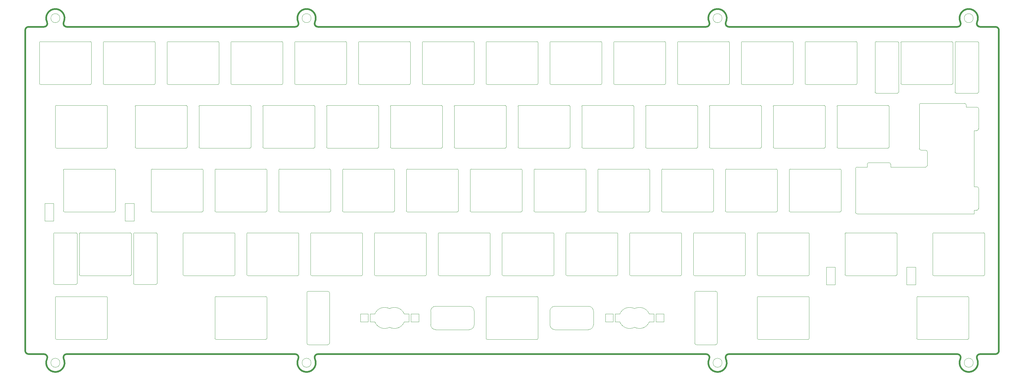
<source format=gbr>
%TF.GenerationSoftware,KiCad,Pcbnew,(5.1.10)-1*%
%TF.CreationDate,2021-06-20T12:49:40+07:00*%
%TF.ProjectId,Ansi,416e7369-2e6b-4696-9361-645f70636258,rev?*%
%TF.SameCoordinates,Original*%
%TF.FileFunction,Profile,NP*%
%FSLAX46Y46*%
G04 Gerber Fmt 4.6, Leading zero omitted, Abs format (unit mm)*
G04 Created by KiCad (PCBNEW (5.1.10)-1) date 2021-06-20 12:49:40*
%MOMM*%
%LPD*%
G01*
G04 APERTURE LIST*
%TA.AperFunction,Profile*%
%ADD10C,0.100000*%
%TD*%
%TA.AperFunction,Profile*%
%ADD11C,0.500000*%
%TD*%
G04 APERTURE END LIST*
D10*
X64942090Y-122687230D02*
X64942090Y-134887230D01*
X64942090Y-134887230D02*
G75*
G02*
X64642090Y-135187230I-300000J0D01*
G01*
X64642090Y-135187230D02*
X49742090Y-135187230D01*
X49742089Y-135187229D02*
G75*
G02*
X49442090Y-134887230I0J299999D01*
G01*
X49442090Y-134887230D02*
X49442090Y-122687230D01*
X49442090Y-122687230D02*
G75*
G02*
X49742090Y-122387230I300000J0D01*
G01*
X49742090Y-122387230D02*
X64642089Y-122387230D01*
X64642088Y-122387230D02*
G75*
G02*
X64942090Y-122687230I1J-300001D01*
G01*
D11*
X272016614Y-40360390D02*
G75*
G02*
X276990865Y-40360391I2487126J1173333D01*
G01*
X277895275Y-41787057D02*
G75*
G02*
X276990865Y-40360391I-1J1000000D01*
G01*
X282503740Y-41787057D02*
X277895274Y-41787057D01*
X282503740Y-41787057D02*
G75*
G02*
X283503740Y-42787057I0J-1000000D01*
G01*
X283503740Y-138586387D02*
X283503740Y-42787057D01*
X283503740Y-138586387D02*
G75*
G02*
X282503740Y-139586387I-1000000J0D01*
G01*
X277895274Y-139586387D02*
X282503740Y-139586387D01*
X276990865Y-141013054D02*
G75*
G02*
X277895274Y-139586387I904409J426667D01*
G01*
X276990864Y-141013054D02*
G75*
G02*
X272016616Y-141013054I-2487124J-1173333D01*
G01*
X271112207Y-139586387D02*
G75*
G02*
X272016616Y-141013054I0J-1000000D01*
G01*
X202895274Y-139586387D02*
X271112207Y-139586387D01*
X201990865Y-141013054D02*
G75*
G02*
X202895274Y-139586387I904409J426667D01*
G01*
X201990864Y-141013054D02*
G75*
G02*
X197016616Y-141013054I-2487124J-1173333D01*
G01*
X196112207Y-139586387D02*
G75*
G02*
X197016616Y-141013054I0J-1000000D01*
G01*
X80195924Y-139586387D02*
X196112207Y-139586387D01*
X79291515Y-141013054D02*
G75*
G02*
X80195924Y-139586387I904409J426667D01*
G01*
X79291514Y-141013054D02*
G75*
G02*
X74317266Y-141013054I-2487124J-1173333D01*
G01*
X73412857Y-139586387D02*
G75*
G02*
X74317266Y-141013054I0J-1000000D01*
G01*
X5195924Y-139586387D02*
X73412857Y-139586387D01*
X4291515Y-141013054D02*
G75*
G02*
X5195924Y-139586387I904409J426667D01*
G01*
X4291514Y-141013054D02*
G75*
G02*
X-682734Y-141013054I-2487124J-1173333D01*
G01*
X-1587143Y-139586387D02*
G75*
G02*
X-682734Y-141013054I0J-1000000D01*
G01*
X-6195610Y-139586387D02*
X-1587143Y-139586387D01*
X-6195610Y-139586387D02*
G75*
G02*
X-7195610Y-138586387I0J1000000D01*
G01*
X-7195610Y-42787057D02*
X-7195610Y-138586387D01*
X-7195610Y-42787057D02*
G75*
G02*
X-6195610Y-41787057I1000000J0D01*
G01*
X-1587143Y-41787057D02*
X-6195610Y-41787057D01*
X-682734Y-40360390D02*
G75*
G02*
X-1587143Y-41787057I-904409J-426667D01*
G01*
X-682736Y-40360390D02*
G75*
G02*
X4291515Y-40360391I2487126J1173333D01*
G01*
X5195925Y-41787057D02*
G75*
G02*
X4291515Y-40360391I-1J1000000D01*
G01*
X73412857Y-41787057D02*
X5195924Y-41787057D01*
X74317266Y-40360390D02*
G75*
G02*
X73412857Y-41787057I-904409J-426667D01*
G01*
X74317264Y-40360390D02*
G75*
G02*
X79291515Y-40360391I2487126J1173333D01*
G01*
X80195925Y-41787057D02*
G75*
G02*
X79291515Y-40360391I-1J1000000D01*
G01*
X196112207Y-41787057D02*
X80195924Y-41787057D01*
X197016616Y-40360390D02*
G75*
G02*
X196112207Y-41787057I-904409J-426667D01*
G01*
X197016614Y-40360390D02*
G75*
G02*
X201990865Y-40360391I2487126J1173333D01*
G01*
X202895275Y-41787057D02*
G75*
G02*
X201990865Y-40360391I-1J1000000D01*
G01*
X271112207Y-41787057D02*
X202895274Y-41787057D01*
X272016616Y-40360390D02*
G75*
G02*
X271112207Y-41787057I-904409J-426667D01*
G01*
D10*
X3154390Y-39187057D02*
G75*
G03*
X3154390Y-39187057I-1350000J0D01*
G01*
X275853740Y-142186387D02*
G75*
G03*
X275853740Y-142186387I-1350000J0D01*
G01*
X275853740Y-39187057D02*
G75*
G03*
X275853740Y-39187057I-1350000J0D01*
G01*
X200853740Y-142186387D02*
G75*
G03*
X200853740Y-142186387I-1350000J0D01*
G01*
X78154390Y-39187057D02*
G75*
G03*
X78154390Y-39187057I-1350000J0D01*
G01*
X78154390Y-142186387D02*
G75*
G03*
X78154390Y-142186387I-1350000J0D01*
G01*
X3154390Y-142186387D02*
G75*
G03*
X3154390Y-142186387I-1350000J0D01*
G01*
X200853740Y-39187057D02*
G75*
G03*
X200853740Y-39187057I-1350000J0D01*
G01*
X106892090Y-97087230D02*
G75*
G02*
X106592090Y-96787230I0J300000D01*
G01*
X106592090Y-84587230D02*
X106592090Y-96787230D01*
X106592090Y-84587230D02*
G75*
G02*
X106892090Y-84287230I300000J0D01*
G01*
X121792090Y-84287230D02*
X106892090Y-84287230D01*
X121792090Y-84287230D02*
G75*
G02*
X122092090Y-84587230I0J-300000D01*
G01*
X122092090Y-96787230D02*
X122092090Y-84587230D01*
X122092089Y-96787229D02*
G75*
G02*
X121792090Y-97087230I-300000J-1D01*
G01*
X106892090Y-97087230D02*
X121792090Y-97087230D01*
X173267090Y-115837230D02*
X173267090Y-103637230D01*
X173567090Y-116137230D02*
G75*
G02*
X173267090Y-115837230I0J300000D01*
G01*
X188467090Y-116137231D02*
X173567090Y-116137230D01*
X188767091Y-115837230D02*
G75*
G02*
X188467090Y-116137231I-300001J0D01*
G01*
X188767090Y-103637230D02*
X188767090Y-115837230D01*
X188467088Y-103337230D02*
G75*
G02*
X188767090Y-103637230I1J-300001D01*
G01*
X173567090Y-103337230D02*
X188467090Y-103337230D01*
X173267090Y-103637230D02*
G75*
G02*
X173567090Y-103337230I300000J0D01*
G01*
X92604590Y-46187230D02*
X107504590Y-46187230D01*
X92304590Y-46487230D02*
G75*
G02*
X92604590Y-46187230I300000J0D01*
G01*
X92304590Y-58687230D02*
X92304590Y-46487230D01*
X92604590Y-58987230D02*
G75*
G02*
X92304590Y-58687230I0J300000D01*
G01*
X107504590Y-58987230D02*
X92604590Y-58987230D01*
X107804589Y-58687231D02*
G75*
G02*
X107504590Y-58987230I-299999J0D01*
G01*
X107804590Y-46487230D02*
X107804590Y-58687230D01*
X107504589Y-46187229D02*
G75*
G02*
X107804590Y-46487230I0J-300001D01*
G01*
X82779589Y-77737230D02*
X82779589Y-65537230D01*
X83079589Y-78037230D02*
G75*
G02*
X82779589Y-77737230I0J300000D01*
G01*
X97979590Y-78037230D02*
X83079589Y-78037230D01*
X98279590Y-77737230D02*
G75*
G02*
X97979590Y-78037230I-300000J0D01*
G01*
X98279589Y-65537230D02*
X98279590Y-77737230D01*
X97979590Y-65237231D02*
G75*
G02*
X98279589Y-65537230I0J-299999D01*
G01*
X83079589Y-65237230D02*
X97979590Y-65237230D01*
X82779589Y-65537230D02*
G75*
G02*
X83079589Y-65237230I300000J0D01*
G01*
X139929590Y-65537230D02*
G75*
G02*
X140229590Y-65237230I300000J0D01*
G01*
X155129590Y-65237230D02*
X140229590Y-65237230D01*
X155129590Y-65237230D02*
G75*
G02*
X155429590Y-65537230I0J-300000D01*
G01*
X155429590Y-77737230D02*
X155429590Y-65537230D01*
X155429590Y-77737230D02*
G75*
G02*
X155129590Y-78037230I-300000J0D01*
G01*
X140229590Y-78037230D02*
X155129590Y-78037230D01*
X140229590Y-78037230D02*
G75*
G02*
X139929590Y-77737230I0J300000D01*
G01*
X139929590Y-65537230D02*
X139929590Y-77737230D01*
X1817090Y-134887230D02*
X1817090Y-122687230D01*
X2117090Y-135187230D02*
G75*
G02*
X1817090Y-134887230I0J300000D01*
G01*
X17017090Y-135187230D02*
X2117089Y-135187230D01*
X17317089Y-134887229D02*
G75*
G02*
X17017090Y-135187230I-300000J-1D01*
G01*
X17317090Y-122687230D02*
X17317089Y-134887230D01*
X17017089Y-122387229D02*
G75*
G02*
X17317090Y-122687230I0J-300001D01*
G01*
X2117090Y-122387230D02*
X17017090Y-122387230D01*
X1817090Y-122687230D02*
G75*
G02*
X2117090Y-122387230I300000J0D01*
G01*
X7972840Y-118737230D02*
X1572840Y-118737230D01*
X8272840Y-118437230D02*
G75*
G02*
X7972840Y-118737230I-300000J0D01*
G01*
X8272840Y-103637230D02*
X8272840Y-118437230D01*
X7972840Y-103337230D02*
G75*
G02*
X8272840Y-103637230I0J-300000D01*
G01*
X1572840Y-103337230D02*
X7972840Y-103337230D01*
X1272840Y-103637230D02*
G75*
G02*
X1572840Y-103337230I300000J0D01*
G01*
X1272840Y-118437230D02*
X1272839Y-103637230D01*
X1572840Y-118737230D02*
G75*
G02*
X1272840Y-118437230I0J300000D01*
G01*
X277417841Y-61287230D02*
G75*
G02*
X277117840Y-61587231I-300001J0D01*
G01*
X270717840Y-61587231D02*
X277117840Y-61587231D01*
X270717839Y-61587230D02*
G75*
G02*
X270417840Y-61287231I0J299999D01*
G01*
X270417840Y-46487230D02*
X270417840Y-61287231D01*
X270417839Y-46487229D02*
G75*
G02*
X270717840Y-46187230I300000J-1D01*
G01*
X277117840Y-46187230D02*
X270717840Y-46187230D01*
X277117839Y-46187231D02*
G75*
G02*
X277417840Y-46487230I1J-300000D01*
G01*
X277417840Y-61287231D02*
X277417840Y-46487230D01*
X253241840Y-61587231D02*
X246841840Y-61587231D01*
X253541841Y-61287230D02*
G75*
G02*
X253241840Y-61587231I-300001J0D01*
G01*
X253541840Y-46487230D02*
X253541840Y-61287231D01*
X253241838Y-46187230D02*
G75*
G02*
X253541840Y-46487230I1J-300001D01*
G01*
X246841840Y-46187230D02*
X253241839Y-46187230D01*
X246541839Y-46487231D02*
G75*
G02*
X246841840Y-46187230I300001J0D01*
G01*
X246541840Y-61287231D02*
X246541840Y-46487230D01*
X246841840Y-61587231D02*
G75*
G02*
X246541840Y-61287231I0J300000D01*
G01*
X254529840Y-46187230D02*
X269429840Y-46187230D01*
X254229840Y-46487230D02*
G75*
G02*
X254529840Y-46187230I300000J0D01*
G01*
X254229840Y-58687230D02*
X254229840Y-46487230D01*
X254529840Y-58987230D02*
G75*
G02*
X254229840Y-58687230I0J300000D01*
G01*
X269429840Y-58987230D02*
X254529840Y-58987230D01*
X269729840Y-58687230D02*
G75*
G02*
X269429840Y-58987230I-300000J0D01*
G01*
X269729840Y-46487230D02*
X269729840Y-58687230D01*
X269429839Y-46187231D02*
G75*
G02*
X269729840Y-46487230I1J-300000D01*
G01*
X24460839Y-103637230D02*
X24460839Y-115837230D01*
X24160839Y-103337230D02*
G75*
G02*
X24460839Y-103637230I0J-300000D01*
G01*
X9260840Y-103337230D02*
X24160840Y-103337230D01*
X8960840Y-103637230D02*
G75*
G02*
X9260840Y-103337230I300000J0D01*
G01*
X8960840Y-115837230D02*
X8960840Y-103637230D01*
X9260840Y-116137230D02*
G75*
G02*
X8960840Y-115837230I0J300000D01*
G01*
X24160840Y-116137230D02*
X9260839Y-116137230D01*
X24460840Y-115837230D02*
G75*
G02*
X24160840Y-116137230I-300000J0D01*
G01*
X25448840Y-103337230D02*
X31848840Y-103337230D01*
X25148840Y-103637230D02*
G75*
G02*
X25448840Y-103337230I300000J0D01*
G01*
X25148840Y-118437230D02*
X25148840Y-103637230D01*
X25448840Y-118737230D02*
G75*
G02*
X25148840Y-118437230I0J300000D01*
G01*
X31848840Y-118737230D02*
X25448840Y-118737230D01*
X32148839Y-118437231D02*
G75*
G02*
X31848840Y-118737230I-299999J0D01*
G01*
X32148840Y-103637230D02*
X32148839Y-118437230D01*
X31848840Y-103337230D02*
G75*
G02*
X32148840Y-103637230I0J-300000D01*
G01*
X198929590Y-136786231D02*
X193179590Y-136786231D01*
X199429589Y-136286230D02*
G75*
G02*
X198929590Y-136786231I-500000J-1D01*
G01*
X199429589Y-121286231D02*
X199429590Y-136286231D01*
X198929590Y-120786232D02*
G75*
G02*
X199429589Y-121286231I0J-499999D01*
G01*
X193179590Y-120786231D02*
X198929590Y-120786231D01*
X192679590Y-121286231D02*
G75*
G02*
X193179590Y-120786231I500000J0D01*
G01*
X192679590Y-136286231D02*
X192679590Y-121286231D01*
X193179589Y-136786230D02*
G75*
G02*
X192679590Y-136286231I0J499999D01*
G01*
X259742407Y-78135862D02*
X259742407Y-65136562D01*
X260242407Y-78635862D02*
G75*
G02*
X259742407Y-78135862I0J500000D01*
G01*
X261623407Y-78635862D02*
X260242407Y-78635862D01*
X261623407Y-78635862D02*
G75*
G02*
X262123407Y-79135862I0J-500000D01*
G01*
X262123407Y-83186562D02*
X262123407Y-79135862D01*
X262123407Y-83186562D02*
G75*
G02*
X261623407Y-83686562I-500000J0D01*
G01*
X251196907Y-83686562D02*
X261623407Y-83686562D01*
X251196907Y-82886562D02*
X251196907Y-83686562D01*
X250696907Y-82386562D02*
G75*
G02*
X251196907Y-82886562I0J-500000D01*
G01*
X244696907Y-82386562D02*
X250696907Y-82386562D01*
X244196907Y-82886562D02*
G75*
G02*
X244696907Y-82386562I500000J0D01*
G01*
X244196907Y-83686562D02*
X244196907Y-82886562D01*
X241192407Y-83686562D02*
X244196907Y-83686562D01*
X240692407Y-84186562D02*
G75*
G02*
X241192407Y-83686562I500000J0D01*
G01*
X240692407Y-97185862D02*
X240692407Y-84186562D01*
X241192407Y-97685862D02*
G75*
G02*
X240692407Y-97185862I0J500000D01*
G01*
X276123407Y-97685862D02*
X241192407Y-97685862D01*
X276123407Y-96561812D02*
X276123407Y-97685862D01*
X276923407Y-96561812D02*
X276123407Y-96561812D01*
X277423407Y-96061812D02*
G75*
G02*
X276923407Y-96561812I-500000J0D01*
G01*
X277423407Y-90061812D02*
X277423407Y-96061812D01*
X276923407Y-89561812D02*
G75*
G02*
X277423407Y-90061812I0J-500000D01*
G01*
X276123407Y-89561812D02*
X276923407Y-89561812D01*
X276123407Y-72761862D02*
X276123407Y-89561812D01*
X276923407Y-72761862D02*
X276123407Y-72761862D01*
X277423407Y-72261862D02*
G75*
G02*
X276923407Y-72761862I-500000J0D01*
G01*
X277423407Y-66261862D02*
X277423407Y-72261862D01*
X276923407Y-65761862D02*
G75*
G02*
X277423407Y-66261862I0J-500000D01*
G01*
X273742407Y-65761862D02*
X276923407Y-65761862D01*
X273742407Y-65136562D02*
X273742407Y-65761862D01*
X273242407Y-64636562D02*
G75*
G02*
X273742407Y-65136562I0J-500000D01*
G01*
X260242407Y-64636562D02*
X273242407Y-64636562D01*
X259742407Y-65136562D02*
G75*
G02*
X260242407Y-64636562I500000J0D01*
G01*
X76879590Y-136286231D02*
X76879590Y-121286231D01*
X77379590Y-136786231D02*
G75*
G02*
X76879590Y-136286231I0J500000D01*
G01*
X83129590Y-136786231D02*
X77379590Y-136786231D01*
X83629590Y-136286231D02*
G75*
G02*
X83129590Y-136786231I-500000J0D01*
G01*
X83629590Y-121286231D02*
X83629590Y-136286231D01*
X83129590Y-120786231D02*
G75*
G02*
X83629590Y-121286231I0J-500000D01*
G01*
X77379590Y-120786231D02*
X83129590Y-120786231D01*
X76879590Y-121286231D02*
G75*
G02*
X77379590Y-120786231I500000J0D01*
G01*
X12254589Y-46187229D02*
G75*
G02*
X12554590Y-46487230I0J-300001D01*
G01*
X12554590Y-58687230D02*
X12554590Y-46487230D01*
X12554589Y-58687229D02*
G75*
G02*
X12254590Y-58987230I-300000J-1D01*
G01*
X-2645410Y-58987230D02*
X12254590Y-58987230D01*
X-2645410Y-58987231D02*
G75*
G02*
X-2945411Y-58687230I0J300001D01*
G01*
X-2945410Y-46487230D02*
X-2945411Y-58687230D01*
X-2945410Y-46487230D02*
G75*
G02*
X-2645410Y-46187230I300000J0D01*
G01*
X12254590Y-46187230D02*
X-2645410Y-46187230D01*
X4498340Y-84287230D02*
X19398340Y-84287230D01*
X4198339Y-84587229D02*
G75*
G02*
X4498340Y-84287230I300000J-1D01*
G01*
X4198340Y-96787230D02*
X4198339Y-84587230D01*
X4498340Y-97087230D02*
G75*
G02*
X4198340Y-96787230I0J300000D01*
G01*
X19398340Y-97087230D02*
X4498340Y-97087230D01*
X19698340Y-96787230D02*
G75*
G02*
X19398340Y-97087230I-300000J0D01*
G01*
X19698340Y-84587230D02*
X19698340Y-96787230D01*
X19398340Y-84287230D02*
G75*
G02*
X19698340Y-84587230I0J-300000D01*
G01*
X22613340Y-99772230D02*
X25283340Y-99772230D01*
X22613340Y-94562230D02*
X22613340Y-99772230D01*
X25283340Y-94562230D02*
X22613340Y-94562230D01*
X25283340Y-99772230D02*
X25283340Y-94562230D01*
X59267090Y-103337230D02*
X74167089Y-103337230D01*
X58967089Y-103637231D02*
G75*
G02*
X59267090Y-103337230I300001J0D01*
G01*
X58967090Y-115837230D02*
X58967089Y-103637230D01*
X59267090Y-116137230D02*
G75*
G02*
X58967090Y-115837230I0J300000D01*
G01*
X74167089Y-116137230D02*
X59267090Y-116137230D01*
X74467089Y-115837232D02*
G75*
G02*
X74167089Y-116137230I-299999J1D01*
G01*
X74467090Y-103637230D02*
X74467089Y-115837230D01*
X74167089Y-103337231D02*
G75*
G02*
X74467090Y-103637230I1J-300000D01*
G01*
X178329590Y-65237230D02*
X193229590Y-65237230D01*
X178029589Y-65537229D02*
G75*
G02*
X178329590Y-65237230I300000J-1D01*
G01*
X178029590Y-77737230D02*
X178029590Y-65537230D01*
X178329590Y-78037230D02*
G75*
G02*
X178029590Y-77737230I0J300000D01*
G01*
X193229590Y-78037230D02*
X178329590Y-78037230D01*
X193529590Y-77737230D02*
G75*
G02*
X193229590Y-78037230I-300000J0D01*
G01*
X193529590Y-65537230D02*
X193529590Y-77737230D01*
X193229590Y-65237230D02*
G75*
G02*
X193529590Y-65537230I0J-300000D01*
G01*
X149454590Y-46487230D02*
G75*
G02*
X149754590Y-46187230I300000J0D01*
G01*
X164654590Y-46187230D02*
X149754590Y-46187230D01*
X164654589Y-46187231D02*
G75*
G02*
X164954590Y-46487230I1J-300000D01*
G01*
X164954590Y-58687230D02*
X164954590Y-46487230D01*
X164954590Y-58687230D02*
G75*
G02*
X164654590Y-58987230I-300000J0D01*
G01*
X149754590Y-58987230D02*
X164654590Y-58987230D01*
X149754590Y-58987230D02*
G75*
G02*
X149454590Y-58687230I0J300000D01*
G01*
X149454590Y-46487230D02*
X149454590Y-58687230D01*
X17317090Y-65537230D02*
X17317090Y-77737230D01*
X17017090Y-65237230D02*
G75*
G02*
X17317090Y-65537230I0J-300000D01*
G01*
X2117090Y-65237230D02*
X17017090Y-65237230D01*
X1817089Y-65537229D02*
G75*
G02*
X2117090Y-65237230I300000J-1D01*
G01*
X1817090Y-77737230D02*
X1817090Y-65537230D01*
X2117090Y-78037230D02*
G75*
G02*
X1817090Y-77737230I0J300000D01*
G01*
X17017090Y-78037230D02*
X2117089Y-78037230D01*
X17317089Y-77737229D02*
G75*
G02*
X17017090Y-78037230I-300000J-1D01*
G01*
X258645840Y-113612230D02*
X255975840Y-113612230D01*
X258645840Y-118822230D02*
X258645840Y-113612230D01*
X255975840Y-118822230D02*
X258645840Y-118822230D01*
X255975840Y-113612230D02*
X255975840Y-118822230D01*
X16104589Y-58687230D02*
X16104590Y-46487230D01*
X16404590Y-58987231D02*
G75*
G02*
X16104589Y-58687230I0J300001D01*
G01*
X31304590Y-58987230D02*
X16404589Y-58987230D01*
X31604589Y-58687229D02*
G75*
G02*
X31304590Y-58987230I-300000J-1D01*
G01*
X31604590Y-46487230D02*
X31604590Y-58687230D01*
X31304589Y-46187229D02*
G75*
G02*
X31604590Y-46487230I0J-300001D01*
G01*
X16404590Y-46187230D02*
X31304590Y-46187230D01*
X16104590Y-46487230D02*
G75*
G02*
X16404590Y-46187230I300000J0D01*
G01*
X169417089Y-103337231D02*
G75*
G02*
X169717090Y-103637230I1J-300000D01*
G01*
X169717090Y-115837230D02*
X169717090Y-103637230D01*
X169717089Y-115837231D02*
G75*
G02*
X169417090Y-116137230I-299999J0D01*
G01*
X154517090Y-116137231D02*
X169417090Y-116137230D01*
X154517090Y-116137230D02*
G75*
G02*
X154217090Y-115837230I0J300000D01*
G01*
X154217089Y-103637230D02*
X154217090Y-115837230D01*
X154217090Y-103637230D02*
G75*
G02*
X154517090Y-103337230I300000J0D01*
G01*
X169417090Y-103337230D02*
X154517090Y-103337230D01*
X136079590Y-65237230D02*
G75*
G02*
X136379590Y-65537230I0J-300000D01*
G01*
X136379590Y-77737230D02*
X136379590Y-65537230D01*
X136379589Y-77737231D02*
G75*
G02*
X136079590Y-78037230I-299999J0D01*
G01*
X121179590Y-78037230D02*
X136079590Y-78037230D01*
X121179590Y-78037230D02*
G75*
G02*
X120879590Y-77737230I0J300000D01*
G01*
X120879590Y-65537230D02*
X120879590Y-77737230D01*
X120879590Y-65537230D02*
G75*
G02*
X121179590Y-65237230I300000J0D01*
G01*
X136079590Y-65237231D02*
X121179590Y-65237230D01*
X49442090Y-96787230D02*
X49442090Y-84587230D01*
X49742090Y-97087230D02*
G75*
G02*
X49442090Y-96787230I0J300000D01*
G01*
X64642090Y-97087230D02*
X49742090Y-97087230D01*
X64942089Y-96787229D02*
G75*
G02*
X64642090Y-97087230I-300000J-1D01*
G01*
X64942090Y-84587230D02*
X64942090Y-96787230D01*
X64642089Y-84287229D02*
G75*
G02*
X64942090Y-84587230I0J-300001D01*
G01*
X49742090Y-84287230D02*
X64642089Y-84287230D01*
X49442090Y-84587230D02*
G75*
G02*
X49742090Y-84287230I300000J0D01*
G01*
X250379590Y-78037230D02*
X235479590Y-78037230D01*
X250679590Y-77737230D02*
G75*
G02*
X250379590Y-78037230I-300000J0D01*
G01*
X250679590Y-65537230D02*
X250679590Y-77737230D01*
X250379590Y-65237230D02*
G75*
G02*
X250679590Y-65537230I0J-300000D01*
G01*
X235479590Y-65237230D02*
X250379590Y-65237230D01*
X235179589Y-65537229D02*
G75*
G02*
X235479590Y-65237230I300000J-1D01*
G01*
X235179590Y-77737230D02*
X235179589Y-65537230D01*
X235479590Y-78037230D02*
G75*
G02*
X235179590Y-77737230I0J300000D01*
G01*
X126554589Y-46187229D02*
G75*
G02*
X126854590Y-46487230I0J-300001D01*
G01*
X126854590Y-58687230D02*
X126854590Y-46487230D01*
X126854589Y-58687229D02*
G75*
G02*
X126554590Y-58987230I-300000J-1D01*
G01*
X111654589Y-58987230D02*
X126554590Y-58987230D01*
X111654588Y-58987230D02*
G75*
G02*
X111354590Y-58687230I1J299999D01*
G01*
X111354590Y-46487230D02*
X111354590Y-58687230D01*
X111354589Y-46487230D02*
G75*
G02*
X111654589Y-46187230I300000J0D01*
G01*
X126554590Y-46187230D02*
X111654589Y-46187230D01*
X145904590Y-122687230D02*
X145904589Y-134887230D01*
X145604590Y-122387230D02*
G75*
G02*
X145904590Y-122687230I0J-300000D01*
G01*
X130704590Y-122387230D02*
X145604590Y-122387230D01*
X130404590Y-122687230D02*
G75*
G02*
X130704590Y-122387230I300000J0D01*
G01*
X130404590Y-134887230D02*
X130404590Y-122687230D01*
X130704590Y-135187230D02*
G75*
G02*
X130404590Y-134887230I0J300000D01*
G01*
X145604590Y-135187230D02*
X130704590Y-135187231D01*
X145904589Y-134887229D02*
G75*
G02*
X145604590Y-135187230I-300000J-1D01*
G01*
X83692090Y-84287230D02*
G75*
G02*
X83992090Y-84587230I0J-300000D01*
G01*
X83992090Y-96787230D02*
X83992090Y-84587230D01*
X83992090Y-96787230D02*
G75*
G02*
X83692090Y-97087230I-300000J0D01*
G01*
X68792090Y-97087230D02*
X83692090Y-97087230D01*
X68792089Y-97087231D02*
G75*
G02*
X68492090Y-96787230I1J300000D01*
G01*
X68492090Y-84587230D02*
X68492090Y-96787230D01*
X68492090Y-84587230D02*
G75*
G02*
X68792090Y-84287230I300000J0D01*
G01*
X83692090Y-84287230D02*
X68792090Y-84287230D01*
X231329590Y-65237230D02*
G75*
G02*
X231629590Y-65537230I0J-300000D01*
G01*
X231629590Y-77737230D02*
X231629590Y-65537230D01*
X231629590Y-77737230D02*
G75*
G02*
X231329590Y-78037230I-300000J0D01*
G01*
X216429590Y-78037230D02*
X231329590Y-78037230D01*
X216429590Y-78037230D02*
G75*
G02*
X216129590Y-77737230I0J300000D01*
G01*
X216129590Y-65537230D02*
X216129590Y-77737230D01*
X216129590Y-65537230D02*
G75*
G02*
X216429590Y-65237230I300000J0D01*
G01*
X231329590Y-65237230D02*
X216429590Y-65237230D01*
X45892090Y-96787230D02*
G75*
G02*
X45592090Y-97087230I-300000J0D01*
G01*
X30692090Y-97087230D02*
X45592090Y-97087230D01*
X30692090Y-97087230D02*
G75*
G02*
X30392090Y-96787230I0J300000D01*
G01*
X30392090Y-84587230D02*
X30392090Y-96787230D01*
X30392090Y-84587230D02*
G75*
G02*
X30692090Y-84287230I300000J0D01*
G01*
X45592090Y-84287230D02*
X30692090Y-84287230D01*
X45592090Y-84287231D02*
G75*
G02*
X45892089Y-84587230I0J-299999D01*
G01*
X45892089Y-96787230D02*
X45892089Y-84587230D01*
X112267090Y-116137230D02*
X97367090Y-116137231D01*
X112567089Y-115837231D02*
G75*
G02*
X112267090Y-116137230I-299999J0D01*
G01*
X112567090Y-103637230D02*
X112567090Y-115837230D01*
X112267090Y-103337230D02*
G75*
G02*
X112567090Y-103637230I0J-300000D01*
G01*
X97367090Y-103337230D02*
X112267090Y-103337231D01*
X97067090Y-103637230D02*
G75*
G02*
X97367090Y-103337230I300000J0D01*
G01*
X97067090Y-115837230D02*
X97067090Y-103637230D01*
X97367090Y-116137230D02*
G75*
G02*
X97067090Y-115837230I0J300000D01*
G01*
X102742090Y-84287230D02*
G75*
G02*
X103042090Y-84587230I0J-300000D01*
G01*
X103042090Y-96787230D02*
X103042090Y-84587230D01*
X103042090Y-96787230D02*
G75*
G02*
X102742090Y-97087230I-300000J0D01*
G01*
X87842090Y-97087230D02*
X102742090Y-97087230D01*
X87842090Y-97087230D02*
G75*
G02*
X87542090Y-96787230I0J300000D01*
G01*
X87542090Y-84587230D02*
X87542090Y-96787230D01*
X87542090Y-84587230D02*
G75*
G02*
X87842090Y-84287230I300000J0D01*
G01*
X102742089Y-84287230D02*
X87842090Y-84287230D01*
X116117090Y-115837230D02*
X116117090Y-103637230D01*
X116417090Y-116137230D02*
G75*
G02*
X116117090Y-115837230I0J300000D01*
G01*
X131317090Y-116137230D02*
X116417090Y-116137230D01*
X131617089Y-115837231D02*
G75*
G02*
X131317090Y-116137230I-299999J0D01*
G01*
X131617090Y-103637230D02*
X131617089Y-115837230D01*
X131317089Y-103337231D02*
G75*
G02*
X131617090Y-103637230I1J-300000D01*
G01*
X116417090Y-103337230D02*
X131317090Y-103337230D01*
X116117090Y-103637230D02*
G75*
G02*
X116417090Y-103337230I300000J0D01*
G01*
X236392089Y-96787231D02*
G75*
G02*
X236092090Y-97087230I-299999J0D01*
G01*
X221192090Y-97087230D02*
X236092090Y-97087230D01*
X221192090Y-97087230D02*
G75*
G02*
X220892090Y-96787230I0J300000D01*
G01*
X220892090Y-84587230D02*
X220892090Y-96787230D01*
X220892090Y-84587230D02*
G75*
G02*
X221192090Y-84287230I300000J0D01*
G01*
X236092090Y-84287230D02*
X221192090Y-84287230D01*
X236092089Y-84287229D02*
G75*
G02*
X236392090Y-84587230I0J-300001D01*
G01*
X236392090Y-96787230D02*
X236392090Y-84587230D01*
X59879590Y-65237230D02*
G75*
G02*
X60179590Y-65537230I0J-300000D01*
G01*
X60179590Y-77737230D02*
X60179590Y-65537230D01*
X60179590Y-77737230D02*
G75*
G02*
X59879590Y-78037230I-300000J0D01*
G01*
X44979590Y-78037230D02*
X59879590Y-78037230D01*
X44979590Y-78037230D02*
G75*
G02*
X44679590Y-77737230I0J300000D01*
G01*
X44679589Y-65537230D02*
X44679590Y-77737230D01*
X44679589Y-65537229D02*
G75*
G02*
X44979590Y-65237230I300000J-1D01*
G01*
X59879590Y-65237230D02*
X44979590Y-65237230D01*
X231975840Y-113612230D02*
X231975840Y-118822230D01*
X234645840Y-113612230D02*
X231975840Y-113612230D01*
X234645840Y-118822230D02*
X234645840Y-113612230D01*
X231975840Y-118822230D02*
X234645840Y-118822230D01*
X164042090Y-84287230D02*
X178942090Y-84287230D01*
X163742090Y-84587230D02*
G75*
G02*
X164042090Y-84287230I300000J0D01*
G01*
X163742090Y-96787230D02*
X163742090Y-84587230D01*
X164042090Y-97087230D02*
G75*
G02*
X163742090Y-96787230I0J300000D01*
G01*
X178942090Y-97087230D02*
X164042090Y-97087230D01*
X179242090Y-96787230D02*
G75*
G02*
X178942090Y-97087230I-300000J0D01*
G01*
X179242090Y-84587230D02*
X179242090Y-96787230D01*
X178942090Y-84287230D02*
G75*
G02*
X179242090Y-84587230I0J-300000D01*
G01*
X125942090Y-84287230D02*
X140842090Y-84287230D01*
X125642090Y-84587230D02*
G75*
G02*
X125942090Y-84287230I300000J0D01*
G01*
X125642090Y-96787230D02*
X125642090Y-84587230D01*
X125942090Y-97087230D02*
G75*
G02*
X125642090Y-96787230I0J300000D01*
G01*
X140842090Y-97087230D02*
X125942090Y-97087230D01*
X141142090Y-96787230D02*
G75*
G02*
X140842090Y-97087230I-300000J0D01*
G01*
X141142090Y-84587230D02*
X141142090Y-96787230D01*
X140842090Y-84287230D02*
G75*
G02*
X141142090Y-84587230I0J-300000D01*
G01*
X226867090Y-103637230D02*
X226867090Y-115837230D01*
X226567089Y-103337231D02*
G75*
G02*
X226867090Y-103637230I1J-300000D01*
G01*
X211667090Y-103337230D02*
X226567090Y-103337230D01*
X211367089Y-103637229D02*
G75*
G02*
X211667090Y-103337230I300000J-1D01*
G01*
X211367090Y-115837230D02*
X211367090Y-103637230D01*
X211667090Y-116137230D02*
G75*
G02*
X211367090Y-115837230I0J300000D01*
G01*
X226567090Y-116137230D02*
X211667090Y-116137231D01*
X226867090Y-115837230D02*
G75*
G02*
X226567090Y-116137230I-300000J0D01*
G01*
X192317090Y-103637230D02*
G75*
G02*
X192617090Y-103337230I300000J0D01*
G01*
X207517090Y-103337231D02*
X192617090Y-103337230D01*
X207517090Y-103337230D02*
G75*
G02*
X207817090Y-103637230I0J-300000D01*
G01*
X207817090Y-115837230D02*
X207817090Y-103637230D01*
X207817089Y-115837231D02*
G75*
G02*
X207517090Y-116137230I-299999J0D01*
G01*
X192617090Y-116137231D02*
X207517090Y-116137230D01*
X192617089Y-116137231D02*
G75*
G02*
X192317090Y-115837230I1J300000D01*
G01*
X192317090Y-103637230D02*
X192317090Y-115837230D01*
X187854590Y-58987230D02*
G75*
G02*
X187554590Y-58687230I0J300000D01*
G01*
X187554590Y-46487230D02*
X187554590Y-58687230D01*
X187554589Y-46487231D02*
G75*
G02*
X187854590Y-46187230I300001J0D01*
G01*
X202754590Y-46187230D02*
X187854590Y-46187230D01*
X202754590Y-46187230D02*
G75*
G02*
X203054590Y-46487230I0J-300000D01*
G01*
X203054590Y-58687230D02*
X203054590Y-46487230D01*
X203054589Y-58687231D02*
G75*
G02*
X202754590Y-58987230I-299999J0D01*
G01*
X187854590Y-58987231D02*
X202754590Y-58987230D01*
X206604590Y-58687230D02*
X206604590Y-46487230D01*
X206904589Y-58987231D02*
G75*
G02*
X206604590Y-58687230I1J300000D01*
G01*
X221804590Y-58987230D02*
X206904590Y-58987230D01*
X222104590Y-58687230D02*
G75*
G02*
X221804590Y-58987230I-300000J0D01*
G01*
X222104590Y-46487230D02*
X222104590Y-58687230D01*
X221804590Y-46187230D02*
G75*
G02*
X222104590Y-46487230I0J-300000D01*
G01*
X206904590Y-46187230D02*
X221804590Y-46187231D01*
X206604589Y-46487231D02*
G75*
G02*
X206904590Y-46187230I300001J0D01*
G01*
X168504590Y-46487230D02*
G75*
G02*
X168804590Y-46187230I300000J0D01*
G01*
X183704590Y-46187230D02*
X168804590Y-46187230D01*
X183704589Y-46187231D02*
G75*
G02*
X184004590Y-46487230I1J-300000D01*
G01*
X184004590Y-58687230D02*
X184004590Y-46487230D01*
X184004590Y-58687230D02*
G75*
G02*
X183704590Y-58987230I-300000J0D01*
G01*
X168804590Y-58987230D02*
X183704590Y-58987230D01*
X168804589Y-58987231D02*
G75*
G02*
X168504590Y-58687230I1J300000D01*
G01*
X168504590Y-46487230D02*
X168504590Y-58687230D01*
X278954590Y-116137230D02*
X264054590Y-116137230D01*
X279254590Y-115837230D02*
G75*
G02*
X278954590Y-116137230I-300000J0D01*
G01*
X279254590Y-103637230D02*
X279254590Y-115837230D01*
X278954589Y-103337231D02*
G75*
G02*
X279254590Y-103637230I1J-300000D01*
G01*
X264054590Y-103337231D02*
X278954590Y-103337230D01*
X263754591Y-103637230D02*
G75*
G02*
X264054590Y-103337231I299999J0D01*
G01*
X263754590Y-115837230D02*
X263754590Y-103637230D01*
X264054590Y-116137230D02*
G75*
G02*
X263754590Y-115837230I0J300000D01*
G01*
X73254590Y-46487230D02*
G75*
G02*
X73554590Y-46187230I300000J0D01*
G01*
X88454590Y-46187230D02*
X73554590Y-46187230D01*
X88454590Y-46187230D02*
G75*
G02*
X88754590Y-46487230I0J-300000D01*
G01*
X88754590Y-58687230D02*
X88754590Y-46487230D01*
X88754590Y-58687230D02*
G75*
G02*
X88454590Y-58987230I-300000J0D01*
G01*
X73554590Y-58987230D02*
X88454590Y-58987230D01*
X73554590Y-58987230D02*
G75*
G02*
X73254590Y-58687230I0J300000D01*
G01*
X73254590Y-46487230D02*
X73254590Y-58687230D01*
X130404590Y-58687230D02*
X130404590Y-46487230D01*
X130704590Y-58987230D02*
G75*
G02*
X130404590Y-58687230I0J300000D01*
G01*
X145604590Y-58987230D02*
X130704590Y-58987230D01*
X145904590Y-58687230D02*
G75*
G02*
X145604590Y-58987230I-300000J0D01*
G01*
X145904590Y-46487230D02*
X145904590Y-58687230D01*
X145604590Y-46187230D02*
G75*
G02*
X145904590Y-46487230I0J-300000D01*
G01*
X130704590Y-46187230D02*
X145604590Y-46187230D01*
X130404590Y-46487230D02*
G75*
G02*
X130704590Y-46187230I300000J0D01*
G01*
X150667089Y-115837231D02*
G75*
G02*
X150367090Y-116137230I-299999J0D01*
G01*
X135467090Y-116137231D02*
X150367090Y-116137230D01*
X135467090Y-116137231D02*
G75*
G02*
X135167089Y-115837230I0J300001D01*
G01*
X135167090Y-103637230D02*
X135167089Y-115837230D01*
X135167089Y-103637229D02*
G75*
G02*
X135467090Y-103337230I300000J-1D01*
G01*
X150367090Y-103337230D02*
X135467090Y-103337230D01*
X150367090Y-103337230D02*
G75*
G02*
X150667090Y-103637230I0J-300000D01*
G01*
X150667090Y-115837230D02*
X150667090Y-103637230D01*
X160192089Y-96787231D02*
G75*
G02*
X159892090Y-97087230I-299999J0D01*
G01*
X144992090Y-97087230D02*
X159892090Y-97087230D01*
X144992089Y-97087231D02*
G75*
G02*
X144692090Y-96787230I1J300000D01*
G01*
X144692090Y-84587230D02*
X144692090Y-96787230D01*
X144692090Y-84587230D02*
G75*
G02*
X144992090Y-84287230I300000J0D01*
G01*
X159892090Y-84287230D02*
X144992090Y-84287230D01*
X159892088Y-84287230D02*
G75*
G02*
X160192090Y-84587230I1J-300001D01*
G01*
X160192090Y-96787230D02*
X160192090Y-84587230D01*
X-1386661Y-94562230D02*
X-1386661Y-99772230D01*
X1283340Y-94562230D02*
X-1386661Y-94562230D01*
X1283340Y-99772230D02*
X1283340Y-94562230D01*
X-1386661Y-99772230D02*
X1283340Y-99772230D01*
X159279590Y-78037230D02*
G75*
G02*
X158979590Y-77737230I0J300000D01*
G01*
X158979590Y-65537230D02*
X158979590Y-77737230D01*
X158979590Y-65537230D02*
G75*
G02*
X159279590Y-65237230I300000J0D01*
G01*
X174179590Y-65237231D02*
X159279590Y-65237230D01*
X174179589Y-65237231D02*
G75*
G02*
X174479590Y-65537230I1J-300000D01*
G01*
X174479590Y-77737230D02*
X174479590Y-65537230D01*
X174479589Y-77737230D02*
G75*
G02*
X174179590Y-78037231I-300000J-1D01*
G01*
X159279590Y-78037230D02*
X174179590Y-78037231D01*
X78317090Y-116137230D02*
G75*
G02*
X78017090Y-115837230I0J300000D01*
G01*
X78017090Y-103637230D02*
X78017090Y-115837230D01*
X78017090Y-103637230D02*
G75*
G02*
X78317090Y-103337230I300000J0D01*
G01*
X93217090Y-103337230D02*
X78317090Y-103337230D01*
X93217090Y-103337230D02*
G75*
G02*
X93517090Y-103637230I0J-300000D01*
G01*
X93517089Y-115837230D02*
X93517090Y-103637230D01*
X93517089Y-115837231D02*
G75*
G02*
X93217090Y-116137230I-299999J0D01*
G01*
X78317090Y-116137230D02*
X93217090Y-116137230D01*
X274492090Y-134887230D02*
G75*
G02*
X274192090Y-135187230I-300000J0D01*
G01*
X259292090Y-135187231D02*
X274192090Y-135187230D01*
X259292090Y-135187230D02*
G75*
G02*
X258992090Y-134887230I0J300000D01*
G01*
X258992090Y-122687230D02*
X258992090Y-134887230D01*
X258992090Y-122687229D02*
G75*
G02*
X259292090Y-122387231I299999J-1D01*
G01*
X274192090Y-122387230D02*
X259292090Y-122387231D01*
X274192089Y-122387231D02*
G75*
G02*
X274492090Y-122687230I1J-300000D01*
G01*
X274492090Y-134887230D02*
X274492090Y-122687230D01*
X183454290Y-129961730D02*
X183454290Y-127611730D01*
X181104290Y-129961730D02*
X183454290Y-129961730D01*
X181104290Y-127611730D02*
X181104290Y-129961730D01*
X183454290Y-127611730D02*
X181104290Y-127611730D01*
X107354290Y-129961730D02*
X107354290Y-127611730D01*
X105976938Y-129961730D02*
X107354290Y-129961730D01*
X105976938Y-129961729D02*
G75*
G02*
X101579290Y-131570051I-2922649J1174999D01*
G01*
X101579290Y-131570051D02*
G75*
G02*
X97181641Y-129961730I-1475000J2783321D01*
G01*
X95804289Y-129961730D02*
X97181641Y-129961730D01*
X95804289Y-127611730D02*
X95804289Y-129961730D01*
X97181641Y-127611730D02*
X95804289Y-127611730D01*
X97181642Y-127611730D02*
G75*
G02*
X101579290Y-126003410I2922648J-1175000D01*
G01*
X101579290Y-126003410D02*
G75*
G02*
X105976938Y-127611730I1475000J-2783320D01*
G01*
X107354290Y-127611730D02*
X105976938Y-127611730D01*
X126854289Y-130786732D02*
G75*
G02*
X125354289Y-132286730I-1499999J1D01*
G01*
X115354290Y-132286730D02*
X125354289Y-132286730D01*
X115354289Y-132286731D02*
G75*
G02*
X113854290Y-130786730I1J1500000D01*
G01*
X113854289Y-126786730D02*
X113854290Y-130786730D01*
X113854289Y-126786731D02*
G75*
G02*
X115354290Y-125286730I1500001J0D01*
G01*
X125354289Y-125286730D02*
X115354290Y-125286730D01*
X125354289Y-125286730D02*
G75*
G02*
X126854290Y-126786731I0J-1500001D01*
G01*
X126854290Y-130786730D02*
X126854290Y-126786731D01*
X168354290Y-129961730D02*
X168354290Y-127611730D01*
X166004290Y-129961730D02*
X168354290Y-129961730D01*
X166004290Y-127611730D02*
X166004290Y-129961730D01*
X168354290Y-127611730D02*
X166004290Y-127611730D01*
X162454289Y-130786731D02*
G75*
G02*
X160954290Y-132286730I-1499999J0D01*
G01*
X150954290Y-132286730D02*
X160954290Y-132286730D01*
X150954290Y-132286730D02*
G75*
G02*
X149454290Y-130786730I0J1500000D01*
G01*
X149454290Y-126786731D02*
X149454290Y-130786730D01*
X149454290Y-126786731D02*
G75*
G02*
X150954290Y-125286731I1500000J0D01*
G01*
X160954290Y-125286731D02*
X150954290Y-125286731D01*
X160954290Y-125286731D02*
G75*
G02*
X162454290Y-126786731I0J-1500000D01*
G01*
X162454290Y-130786730D02*
X162454290Y-126786731D01*
X107954289Y-129961730D02*
X110304289Y-129961730D01*
X107954289Y-127611730D02*
X107954289Y-129961730D01*
X110304289Y-127611730D02*
X107954289Y-127611730D01*
X110304289Y-129961730D02*
X110304289Y-127611730D01*
X92854290Y-129961730D02*
X95204289Y-129961730D01*
X92854290Y-127611730D02*
X92854290Y-129961730D01*
X95204289Y-127611730D02*
X92854290Y-127611730D01*
X95204289Y-129961730D02*
X95204289Y-127611730D01*
X179126939Y-129961730D02*
G75*
G02*
X174729290Y-131570051I-2922649J1175000D01*
G01*
X180504290Y-129961730D02*
X179126938Y-129961730D01*
X180504290Y-127611730D02*
X180504290Y-129961730D01*
X179126938Y-127611731D02*
X180504290Y-127611730D01*
X174729291Y-126003410D02*
G75*
G02*
X179126938Y-127611731I1474999J-2783320D01*
G01*
X170331641Y-127611731D02*
G75*
G02*
X174729290Y-126003410I2922649J-1175000D01*
G01*
X168954290Y-127611730D02*
X170331641Y-127611730D01*
X168954290Y-129961730D02*
X168954290Y-127611730D01*
X170331641Y-129961731D02*
X168954290Y-129961730D01*
X174729290Y-131570052D02*
G75*
G02*
X170331641Y-129961731I-1475000J2783321D01*
G01*
X40217090Y-103337230D02*
X55117090Y-103337230D01*
X39917090Y-103637230D02*
G75*
G02*
X40217090Y-103337230I300000J0D01*
G01*
X39917090Y-115837230D02*
X39917090Y-103637230D01*
X40217090Y-116137230D02*
G75*
G02*
X39917090Y-115837230I0J300000D01*
G01*
X55117090Y-116137230D02*
X40217090Y-116137230D01*
X55417090Y-115837230D02*
G75*
G02*
X55117090Y-116137230I-300000J0D01*
G01*
X55417090Y-103637230D02*
X55417090Y-115837230D01*
X55117090Y-103337230D02*
G75*
G02*
X55417090Y-103637230I0J-300000D01*
G01*
X253060841Y-115837230D02*
G75*
G02*
X252760840Y-116137231I-300001J0D01*
G01*
X237860840Y-116137231D02*
X252760840Y-116137231D01*
X237860840Y-116137230D02*
G75*
G02*
X237560840Y-115837230I0J300000D01*
G01*
X237560840Y-103637230D02*
X237560840Y-115837230D01*
X237560840Y-103637230D02*
G75*
G02*
X237860840Y-103337230I300000J0D01*
G01*
X252760840Y-103337230D02*
X237860840Y-103337230D01*
X252760839Y-103337231D02*
G75*
G02*
X253060840Y-103637230I1J-300000D01*
G01*
X253060840Y-115837230D02*
X253060840Y-103637230D01*
X40829590Y-78037230D02*
X25929590Y-78037230D01*
X41129590Y-77737230D02*
G75*
G02*
X40829590Y-78037230I-300000J0D01*
G01*
X41129589Y-65537230D02*
X41129589Y-77737230D01*
X40829590Y-65237231D02*
G75*
G02*
X41129589Y-65537230I0J-299999D01*
G01*
X25929590Y-65237230D02*
X40829590Y-65237230D01*
X25629589Y-65537229D02*
G75*
G02*
X25929590Y-65237230I300000J-1D01*
G01*
X25629590Y-77737230D02*
X25629590Y-65537230D01*
X25929590Y-78037230D02*
G75*
G02*
X25629590Y-77737230I0J300000D01*
G01*
X197379590Y-65237230D02*
X212279590Y-65237230D01*
X197079590Y-65537230D02*
G75*
G02*
X197379590Y-65237230I300000J0D01*
G01*
X197079590Y-77737230D02*
X197079590Y-65537230D01*
X197379590Y-78037230D02*
G75*
G02*
X197079590Y-77737230I0J300000D01*
G01*
X212279590Y-78037230D02*
X197379590Y-78037230D01*
X212579590Y-77737230D02*
G75*
G02*
X212279590Y-78037230I-300000J0D01*
G01*
X212579590Y-65537230D02*
X212579590Y-77737230D01*
X212279590Y-65237230D02*
G75*
G02*
X212579590Y-65537230I0J-300000D01*
G01*
X226867090Y-134887230D02*
G75*
G02*
X226567090Y-135187230I-300000J0D01*
G01*
X211667090Y-135187231D02*
X226567090Y-135187230D01*
X211667090Y-135187230D02*
G75*
G02*
X211367090Y-134887230I0J300000D01*
G01*
X211367090Y-122687230D02*
X211367090Y-134887230D01*
X211367090Y-122687229D02*
G75*
G02*
X211667090Y-122387231I299999J-1D01*
G01*
X226567090Y-122387230D02*
X211667090Y-122387231D01*
X226567089Y-122387231D02*
G75*
G02*
X226867090Y-122687230I1J-300000D01*
G01*
X226867090Y-134887230D02*
X226867090Y-122687230D01*
X69704590Y-46487230D02*
X69704590Y-58687230D01*
X69404590Y-46187230D02*
G75*
G02*
X69704590Y-46487230I0J-300000D01*
G01*
X54504590Y-46187230D02*
X69404590Y-46187230D01*
X54204590Y-46487230D02*
G75*
G02*
X54504590Y-46187230I300000J0D01*
G01*
X54204589Y-58687230D02*
X54204590Y-46487230D01*
X54504590Y-58987231D02*
G75*
G02*
X54204589Y-58687230I0J300001D01*
G01*
X69404590Y-58987230D02*
X54504590Y-58987230D01*
X69704589Y-58687229D02*
G75*
G02*
X69404590Y-58987230I-300000J-1D01*
G01*
X35454590Y-58987230D02*
G75*
G02*
X35154590Y-58687230I0J300000D01*
G01*
X35154589Y-46487230D02*
X35154590Y-58687230D01*
X35154590Y-46487230D02*
G75*
G02*
X35454590Y-46187230I300000J0D01*
G01*
X50354590Y-46187230D02*
X35454590Y-46187230D01*
X50354589Y-46187230D02*
G75*
G02*
X50654589Y-46487230I0J-300000D01*
G01*
X50654590Y-58687230D02*
X50654589Y-46487230D01*
X50654589Y-58687229D02*
G75*
G02*
X50354590Y-58987230I-300000J-1D01*
G01*
X35454590Y-58987230D02*
X50354590Y-58987230D01*
X78929590Y-65237231D02*
G75*
G02*
X79229589Y-65537230I0J-299999D01*
G01*
X79229590Y-77737230D02*
X79229589Y-65537230D01*
X79229590Y-77737230D02*
G75*
G02*
X78929590Y-78037230I-300000J0D01*
G01*
X64029590Y-78037230D02*
X78929590Y-78037230D01*
X64029590Y-78037230D02*
G75*
G02*
X63729590Y-77737230I0J300000D01*
G01*
X63729589Y-65537230D02*
X63729590Y-77737230D01*
X63729589Y-65537229D02*
G75*
G02*
X64029590Y-65237230I300000J-1D01*
G01*
X78929590Y-65237230D02*
X64029590Y-65237230D01*
X101829590Y-77737230D02*
X101829590Y-65537230D01*
X102129590Y-78037230D02*
G75*
G02*
X101829590Y-77737230I0J300000D01*
G01*
X117029589Y-78037230D02*
X102129590Y-78037230D01*
X117329589Y-77737230D02*
G75*
G02*
X117029589Y-78037230I-300000J0D01*
G01*
X117329590Y-65537230D02*
X117329590Y-77737230D01*
X117029590Y-65237230D02*
G75*
G02*
X117329590Y-65537230I0J-300000D01*
G01*
X102129590Y-65237230D02*
X117029589Y-65237230D01*
X101829590Y-65537230D02*
G75*
G02*
X102129590Y-65237230I300000J0D01*
G01*
X197992090Y-97087230D02*
X183092090Y-97087230D01*
X198292090Y-96787230D02*
G75*
G02*
X197992090Y-97087230I-300000J0D01*
G01*
X198292089Y-84587230D02*
X198292090Y-96787230D01*
X197992090Y-84287231D02*
G75*
G02*
X198292089Y-84587230I0J-299999D01*
G01*
X183092090Y-84287230D02*
X197992090Y-84287231D01*
X182792090Y-84587230D02*
G75*
G02*
X183092090Y-84287230I300000J0D01*
G01*
X182792090Y-96787230D02*
X182792090Y-84587230D01*
X183092089Y-97087231D02*
G75*
G02*
X182792090Y-96787230I1J300000D01*
G01*
X217342090Y-84587230D02*
X217342090Y-96787230D01*
X217042090Y-84287230D02*
G75*
G02*
X217342090Y-84587230I0J-300000D01*
G01*
X202142090Y-84287230D02*
X217042090Y-84287230D01*
X201842090Y-84587230D02*
G75*
G02*
X202142090Y-84287230I300000J0D01*
G01*
X201842090Y-96787230D02*
X201842090Y-84587230D01*
X202142090Y-97087230D02*
G75*
G02*
X201842090Y-96787230I0J300000D01*
G01*
X217042090Y-97087230D02*
X202142090Y-97087230D01*
X217342090Y-96787230D02*
G75*
G02*
X217042090Y-97087230I-300000J0D01*
G01*
X240854590Y-58987231D02*
X225954590Y-58987230D01*
X241154590Y-58687229D02*
G75*
G02*
X240854590Y-58987231I-300001J-1D01*
G01*
X241154590Y-46487230D02*
X241154590Y-58687230D01*
X240854588Y-46187230D02*
G75*
G02*
X241154590Y-46487230I1J-300001D01*
G01*
X225954590Y-46187230D02*
X240854589Y-46187230D01*
X225654589Y-46487231D02*
G75*
G02*
X225954590Y-46187230I300001J0D01*
G01*
X225654590Y-58687230D02*
X225654590Y-46487230D01*
X225954589Y-58987231D02*
G75*
G02*
X225654590Y-58687230I1J300000D01*
G01*
M02*

</source>
